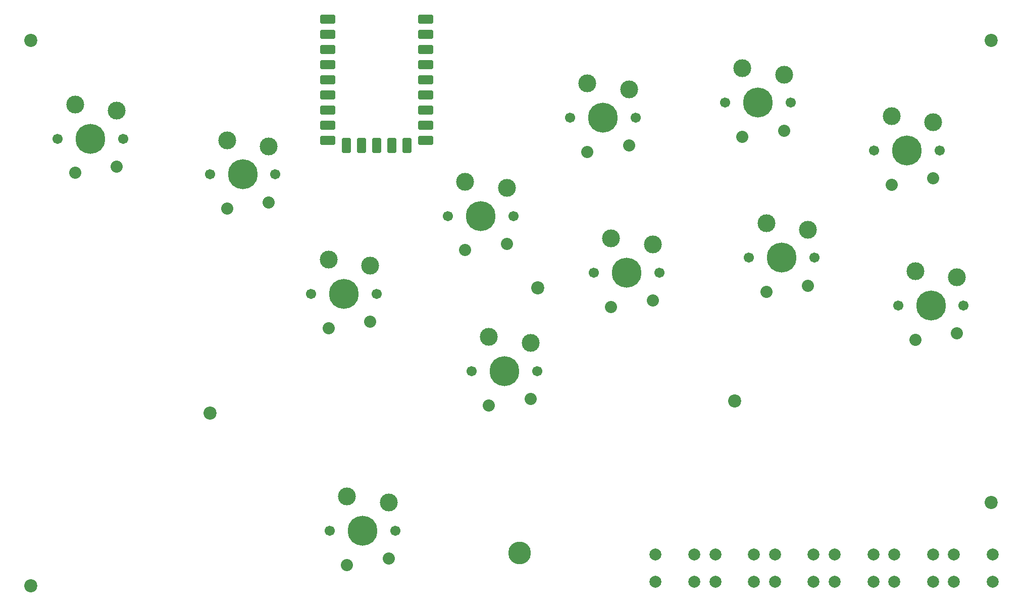
<source format=gbr>
%TF.GenerationSoftware,KiCad,Pcbnew,7.0.6*%
%TF.CreationDate,2024-01-12T12:33:24+02:00*%
%TF.ProjectId,Flatbox-rev5,466c6174-626f-4782-9d72-6576352e6b69,rev?*%
%TF.SameCoordinates,Original*%
%TF.FileFunction,Soldermask,Top*%
%TF.FilePolarity,Negative*%
%FSLAX46Y46*%
G04 Gerber Fmt 4.6, Leading zero omitted, Abs format (unit mm)*
G04 Created by KiCad (PCBNEW 7.0.6) date 2024-01-12 12:33:24*
%MOMM*%
%LPD*%
G01*
G04 APERTURE LIST*
G04 Aperture macros list*
%AMRoundRect*
0 Rectangle with rounded corners*
0 $1 Rounding radius*
0 $2 $3 $4 $5 $6 $7 $8 $9 X,Y pos of 4 corners*
0 Add a 4 corners polygon primitive as box body*
4,1,4,$2,$3,$4,$5,$6,$7,$8,$9,$2,$3,0*
0 Add four circle primitives for the rounded corners*
1,1,$1+$1,$2,$3*
1,1,$1+$1,$4,$5*
1,1,$1+$1,$6,$7*
1,1,$1+$1,$8,$9*
0 Add four rect primitives between the rounded corners*
20,1,$1+$1,$2,$3,$4,$5,0*
20,1,$1+$1,$4,$5,$6,$7,0*
20,1,$1+$1,$6,$7,$8,$9,0*
20,1,$1+$1,$8,$9,$2,$3,0*%
G04 Aperture macros list end*
%ADD10C,2.200000*%
%ADD11RoundRect,0.400000X-0.900000X-0.400000X0.900000X-0.400000X0.900000X0.400000X-0.900000X0.400000X0*%
%ADD12RoundRect,0.400050X-0.899950X-0.400050X0.899950X-0.400050X0.899950X0.400050X-0.899950X0.400050X0*%
%ADD13RoundRect,0.400000X-0.400000X-0.900000X0.400000X-0.900000X0.400000X0.900000X-0.400000X0.900000X0*%
%ADD14RoundRect,0.393700X-0.393700X-0.906300X0.393700X-0.906300X0.393700X0.906300X-0.393700X0.906300X0*%
%ADD15C,3.800000*%
%ADD16C,2.032000*%
%ADD17C,1.701800*%
%ADD18C,3.000000*%
%ADD19C,5.010000*%
%ADD20C,2.000000*%
G04 APERTURE END LIST*
D10*
%TO.C,H8*%
X188985687Y-110970000D03*
%TD*%
D11*
%TO.C,A1*%
X137165000Y-47000000D03*
X137165000Y-49540000D03*
X137165000Y-52080000D03*
X137165000Y-54620000D03*
X137165000Y-57160000D03*
D12*
X137165000Y-59700000D03*
X137165000Y-62240000D03*
X137165000Y-64780000D03*
X137165000Y-67320000D03*
D13*
X134025000Y-68130000D03*
D14*
X131485000Y-68130000D03*
X128945000Y-68130000D03*
X126405000Y-68130000D03*
X123865000Y-68130000D03*
D12*
X120725000Y-67320000D03*
X120725000Y-64780000D03*
X120725000Y-62240000D03*
X120725000Y-59700000D03*
X120725000Y-47000000D03*
X120725000Y-49540000D03*
X120725000Y-52080000D03*
X120725000Y-57160000D03*
X120725000Y-54620000D03*
%TD*%
D15*
%TO.C,Hadouken*%
X152930000Y-136470000D03*
%TD*%
D16*
%TO.C,SW7*%
X78400000Y-72750000D03*
X85400000Y-71700000D03*
D17*
X86500000Y-67000000D03*
D18*
X85400000Y-62300000D03*
D19*
X81000000Y-67000000D03*
D18*
X78400000Y-61250000D03*
D17*
X75500000Y-67000000D03*
%TD*%
D20*
%TO.C,SW4*%
X205750000Y-136750000D03*
X212250000Y-136750000D03*
X205750000Y-141250000D03*
X212250000Y-141250000D03*
%TD*%
%TO.C,SW2*%
X192250000Y-141250000D03*
X185750000Y-141250000D03*
X192250000Y-136750000D03*
X185750000Y-136750000D03*
%TD*%
%TO.C,SW5*%
X215750000Y-136750000D03*
X222250000Y-136750000D03*
X215750000Y-141250000D03*
X222250000Y-141250000D03*
%TD*%
%TO.C,SW1*%
X182250000Y-141250000D03*
X175750000Y-141250000D03*
X182250000Y-136750000D03*
X175750000Y-136750000D03*
%TD*%
%TO.C,SW3*%
X202250000Y-141250000D03*
X195750000Y-141250000D03*
X202250000Y-136750000D03*
X195750000Y-136750000D03*
%TD*%
%TO.C,SW6*%
X225750000Y-136750000D03*
X232250000Y-136750000D03*
X225750000Y-141250000D03*
X232250000Y-141250000D03*
%TD*%
D10*
%TO.C,H2*%
X71000000Y-142000000D03*
%TD*%
%TO.C,H7*%
X232000000Y-128000000D03*
%TD*%
D16*
%TO.C,SW17*%
X219300000Y-100700000D03*
X226300000Y-99650000D03*
D17*
X227400000Y-94950000D03*
D18*
X226300000Y-90250000D03*
D19*
X221900000Y-94950000D03*
D18*
X219300000Y-89200000D03*
D17*
X216400000Y-94950000D03*
%TD*%
D16*
%TO.C,SW18*%
X124000000Y-138475000D03*
X131000000Y-137425000D03*
D17*
X132100000Y-132725000D03*
D18*
X131000000Y-128025000D03*
D19*
X126600000Y-132725000D03*
D18*
X124000000Y-126975000D03*
D17*
X121100000Y-132725000D03*
%TD*%
D16*
%TO.C,SW14*%
X147800000Y-111700000D03*
X154800000Y-110650000D03*
D17*
X155900000Y-105950000D03*
D18*
X154800000Y-101250000D03*
D19*
X150400000Y-105950000D03*
D18*
X147800000Y-100200000D03*
D17*
X144900000Y-105950000D03*
%TD*%
D16*
%TO.C,SW12*%
X190300000Y-66700000D03*
X197300000Y-65650000D03*
D17*
X198400000Y-60950000D03*
D18*
X197300000Y-56250000D03*
D19*
X192900000Y-60950000D03*
D18*
X190300000Y-55200000D03*
D17*
X187400000Y-60950000D03*
%TD*%
D16*
%TO.C,SW13*%
X215300000Y-74700000D03*
X222300000Y-73650000D03*
D17*
X223400000Y-68950000D03*
D18*
X222300000Y-64250000D03*
D19*
X217900000Y-68950000D03*
D18*
X215300000Y-63200000D03*
D17*
X212400000Y-68950000D03*
%TD*%
D16*
%TO.C,SW9*%
X120900000Y-98750000D03*
X127900000Y-97700000D03*
D17*
X129000000Y-93000000D03*
D18*
X127900000Y-88300000D03*
D19*
X123500000Y-93000000D03*
D18*
X120900000Y-87250000D03*
D17*
X118000000Y-93000000D03*
%TD*%
D16*
%TO.C,SW8*%
X103900000Y-78750000D03*
X110900000Y-77700000D03*
D17*
X112000000Y-73000000D03*
D18*
X110900000Y-68300000D03*
D19*
X106500000Y-73000000D03*
D18*
X103900000Y-67250000D03*
D17*
X101000000Y-73000000D03*
%TD*%
D16*
%TO.C,SW10*%
X143800000Y-85700000D03*
X150800000Y-84650000D03*
D17*
X151900000Y-79950000D03*
D18*
X150800000Y-75250000D03*
D19*
X146400000Y-79950000D03*
D18*
X143800000Y-74200000D03*
D17*
X140900000Y-79950000D03*
%TD*%
D16*
%TO.C,SW15*%
X168300000Y-95200000D03*
X175300000Y-94150000D03*
D17*
X176400000Y-89450000D03*
D18*
X175300000Y-84750000D03*
D19*
X170900000Y-89450000D03*
D18*
X168300000Y-83700000D03*
D17*
X165400000Y-89450000D03*
%TD*%
D10*
%TO.C,H3*%
X232000000Y-50500000D03*
%TD*%
%TO.C,H5*%
X101000000Y-113000000D03*
%TD*%
D16*
%TO.C,SW16*%
X194300000Y-92700000D03*
X201300000Y-91650000D03*
D17*
X202400000Y-86950000D03*
D18*
X201300000Y-82250000D03*
D19*
X196900000Y-86950000D03*
D18*
X194300000Y-81200000D03*
D17*
X191400000Y-86950000D03*
%TD*%
D16*
%TO.C,SW11*%
X164300000Y-69200000D03*
X171300000Y-68150000D03*
D17*
X172400000Y-63450000D03*
D18*
X171300000Y-58750000D03*
D19*
X166900000Y-63450000D03*
D18*
X164300000Y-57700000D03*
D17*
X161400000Y-63450000D03*
%TD*%
D10*
%TO.C,H1*%
X71000000Y-50500000D03*
%TD*%
%TO.C,H6*%
X156000000Y-92000000D03*
%TD*%
M02*

</source>
